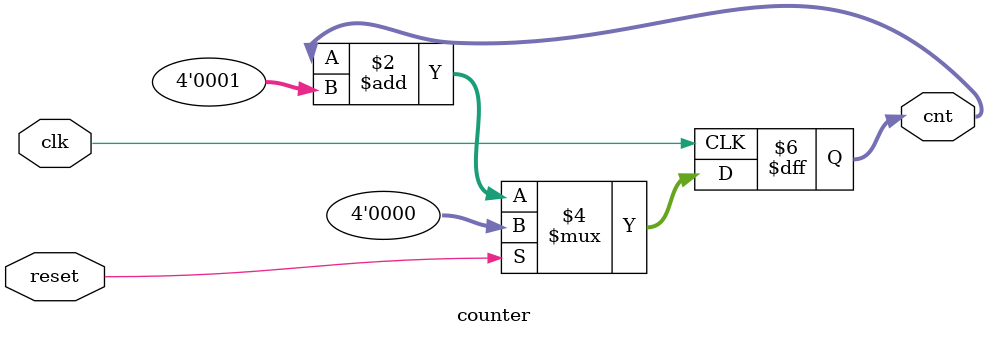
<source format=v>
module counter(input clk, input reset, output reg [3:0] cnt);

	always @(posedge clk) begin
		if (reset) begin
			cnt <= 4'b0;
		end else begin
			cnt <= cnt + 4'd1;
		end
	end

endmodule


</source>
